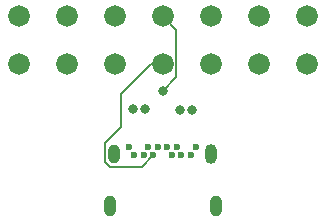
<source format=gbr>
%TF.GenerationSoftware,KiCad,Pcbnew,8.0.1*%
%TF.CreationDate,2024-03-26T16:48:45-04:00*%
%TF.ProjectId,commapogo_male,636f6d6d-6170-46f6-976f-5f6d616c652e,rev?*%
%TF.SameCoordinates,Original*%
%TF.FileFunction,Copper,L2,Inr*%
%TF.FilePolarity,Positive*%
%FSLAX46Y46*%
G04 Gerber Fmt 4.6, Leading zero omitted, Abs format (unit mm)*
G04 Created by KiCad (PCBNEW 8.0.1) date 2024-03-26 16:48:45*
%MOMM*%
%LPD*%
G01*
G04 APERTURE LIST*
%TA.AperFunction,ComponentPad*%
%ADD10O,1.000000X1.600000*%
%TD*%
%TA.AperFunction,ComponentPad*%
%ADD11O,1.000000X1.800000*%
%TD*%
%TA.AperFunction,ComponentPad*%
%ADD12O,1.000000X1.700000*%
%TD*%
%TA.AperFunction,ComponentPad*%
%ADD13C,0.600000*%
%TD*%
%TA.AperFunction,ComponentPad*%
%ADD14C,1.828800*%
%TD*%
%TA.AperFunction,ViaPad*%
%ADD15C,0.800000*%
%TD*%
%TA.AperFunction,Conductor*%
%ADD16C,0.200000*%
%TD*%
G04 APERTURE END LIST*
D10*
%TO.N,GND*%
%TO.C,J2*%
X-4125000Y-5620000D03*
D11*
X-4485000Y-10010000D03*
X4485000Y-10010000D03*
D12*
X4125000Y-5620000D03*
D13*
X2800000Y-5020000D03*
%TO.N,/CAN2_P*%
X2400000Y-5720000D03*
%TO.N,/CAN2_N*%
X1600000Y-5720000D03*
%TO.N,+12V*%
X1200000Y-5020000D03*
%TO.N,unconnected-(J2-Pin_5b-PadB5)*%
X800000Y-5720000D03*
%TO.N,unconnected-(J2-Pin_6b-PadB6)*%
X400000Y-5020000D03*
%TO.N,unconnected-(J2-Pin_7b-PadB7)*%
X-400000Y-5020000D03*
%TO.N,/SBU2*%
X-800000Y-5720000D03*
%TO.N,+12V*%
X-1200000Y-5020000D03*
%TO.N,/CAN3_N*%
X-1600000Y-5720000D03*
%TO.N,/CAN3_P*%
X-2400000Y-5720000D03*
%TO.N,GND*%
X-2800000Y-5020000D03*
%TD*%
D14*
%TO.N,GND*%
%TO.C,J1*%
X-12192000Y6096000D03*
%TO.N,/CAN0_P*%
X-8128000Y6096000D03*
%TO.N,/CAN0_N*%
X-4064000Y6096000D03*
%TO.N,/SBU1*%
X0Y6096000D03*
%TO.N,/CAN1_N*%
X4064000Y6096000D03*
%TO.N,/CAN1_P*%
X8128000Y6096000D03*
%TO.N,GND*%
X12192000Y6096000D03*
%TO.N,+12V*%
X-12192000Y2032000D03*
%TO.N,/CAN3_P*%
X-8128000Y2032000D03*
%TO.N,/CAN3_N*%
X-4064000Y2032000D03*
%TO.N,/SBU2*%
X0Y2032000D03*
%TO.N,/CAN2_N*%
X4064000Y2032000D03*
%TO.N,/CAN2_P*%
X8128000Y2032000D03*
%TO.N,+12V*%
X12192000Y2032000D03*
%TD*%
D15*
%TO.N,/CAN1_P*%
X2525000Y-1905000D03*
%TO.N,/SBU1*%
X0Y-254000D03*
%TO.N,/CAN1_N*%
X1475000Y-1905000D03*
%TO.N,/CAN0_P*%
X-2525000Y-1778000D03*
%TO.N,/CAN0_N*%
X-1475000Y-1778000D03*
%TD*%
D16*
%TO.N,/SBU1*%
X1179400Y4916600D02*
X0Y6096000D01*
X0Y-254000D02*
X1179400Y925400D01*
X1179400Y925400D02*
X1179400Y4916600D01*
%TO.N,/SBU2*%
X-4441873Y-6685000D02*
X-4890000Y-6236873D01*
X-4890000Y-6236873D02*
X-4890000Y-4636000D01*
X-800000Y-5720000D02*
X-1765000Y-6685000D01*
X-1765000Y-6685000D02*
X-4441873Y-6685000D01*
X-1016000Y2032000D02*
X0Y2032000D01*
X-4890000Y-4636000D02*
X-3556000Y-3302000D01*
X-3556000Y-508000D02*
X-1016000Y2032000D01*
X-3556000Y-3302000D02*
X-3556000Y-508000D01*
%TD*%
M02*

</source>
